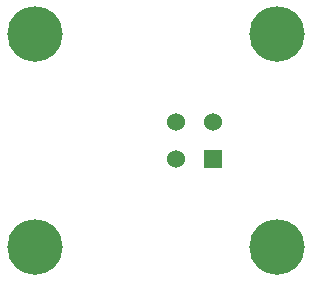
<source format=gbr>
G04 #@! TF.GenerationSoftware,KiCad,Pcbnew,5.1.9*
G04 #@! TF.CreationDate,2021-04-02T13:12:58+02:00*
G04 #@! TF.ProjectId,detectorHolder,64657465-6374-46f7-9248-6f6c6465722e,rev?*
G04 #@! TF.SameCoordinates,Original*
G04 #@! TF.FileFunction,Soldermask,Bot*
G04 #@! TF.FilePolarity,Negative*
%FSLAX46Y46*%
G04 Gerber Fmt 4.6, Leading zero omitted, Abs format (unit mm)*
G04 Created by KiCad (PCBNEW 5.1.9) date 2021-04-02 13:12:58*
%MOMM*%
%LPD*%
G01*
G04 APERTURE LIST*
%ADD10C,4.700000*%
%ADD11C,1.524000*%
%ADD12R,1.500000X1.500000*%
G04 APERTURE END LIST*
D10*
X125013000Y-112353000D03*
X125013000Y-94353000D03*
X104513000Y-112353000D03*
X104513000Y-94353000D03*
D11*
X116433000Y-101828000D03*
X116433000Y-104928000D03*
X119533000Y-101828000D03*
D12*
X119533000Y-104928000D03*
M02*

</source>
